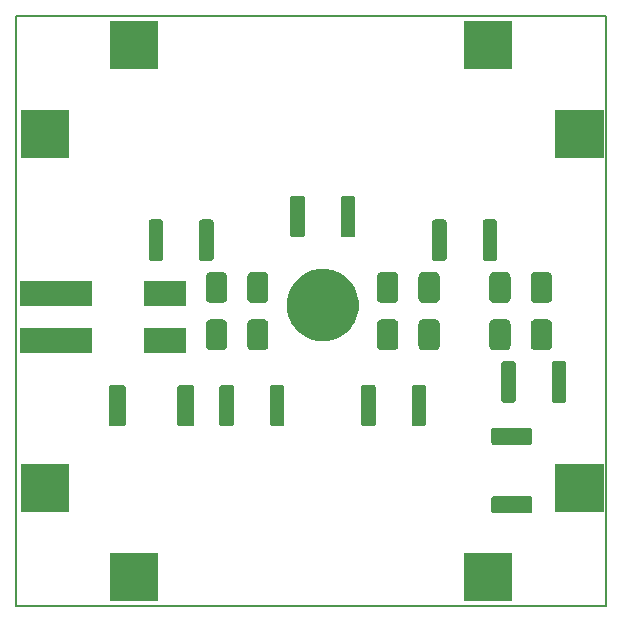
<source format=gbs>
%TF.GenerationSoftware,KiCad,Pcbnew,(6.0.0-rc1-dev-1-g01c5bdfb8)*%
%TF.CreationDate,2019-02-25T13:54:40+01:00*%
%TF.ProjectId,Statikplatte,53746174696B706C617474652E6B6963,rev?*%
%TF.SameCoordinates,Original*%
%TF.FileFunction,Soldermask,Bot*%
%TF.FilePolarity,Negative*%
%FSLAX46Y46*%
G04 Gerber Fmt 4.6, Leading zero omitted, Abs format (unit mm)*
G04 Created by KiCad (PCBNEW (6.0.0-rc1-dev-1-g01c5bdfb8)) date Mon Feb 25 13:54:40 2019*
%MOMM*%
%LPD*%
G01*
G04 APERTURE LIST*
%ADD10C,0.150000*%
%ADD11C,0.100000*%
G04 APERTURE END LIST*
D10*
X125000000Y-75000000D02*
X175000000Y-75000000D01*
X175000000Y-75000000D02*
X175000000Y-125000000D01*
X125000000Y-125000000D02*
X175000000Y-125000000D01*
X125000000Y-75000000D02*
X125000000Y-125000000D01*
D11*
G36*
X167051000Y-124551000D02*
X162949000Y-124551000D01*
X162949000Y-120449000D01*
X167051000Y-120449000D01*
X167051000Y-124551000D01*
X167051000Y-124551000D01*
G37*
G36*
X137051000Y-124551000D02*
X132949000Y-124551000D01*
X132949000Y-120449000D01*
X137051000Y-120449000D01*
X137051000Y-124551000D01*
X137051000Y-124551000D01*
G37*
G36*
X168572797Y-115678247D02*
X168608367Y-115689037D01*
X168641139Y-115706554D01*
X168669869Y-115730131D01*
X168693446Y-115758861D01*
X168710963Y-115791633D01*
X168721753Y-115827203D01*
X168726000Y-115870324D01*
X168726000Y-116929676D01*
X168721753Y-116972797D01*
X168710963Y-117008367D01*
X168693446Y-117041139D01*
X168669869Y-117069869D01*
X168641139Y-117093446D01*
X168608367Y-117110963D01*
X168572797Y-117121753D01*
X168529676Y-117126000D01*
X165470324Y-117126000D01*
X165427203Y-117121753D01*
X165391633Y-117110963D01*
X165358861Y-117093446D01*
X165330131Y-117069869D01*
X165306554Y-117041139D01*
X165289037Y-117008367D01*
X165278247Y-116972797D01*
X165274000Y-116929676D01*
X165274000Y-115870324D01*
X165278247Y-115827203D01*
X165289037Y-115791633D01*
X165306554Y-115758861D01*
X165330131Y-115730131D01*
X165358861Y-115706554D01*
X165391633Y-115689037D01*
X165427203Y-115678247D01*
X165470324Y-115674000D01*
X168529676Y-115674000D01*
X168572797Y-115678247D01*
X168572797Y-115678247D01*
G37*
G36*
X129551000Y-117051000D02*
X125449000Y-117051000D01*
X125449000Y-112949000D01*
X129551000Y-112949000D01*
X129551000Y-117051000D01*
X129551000Y-117051000D01*
G37*
G36*
X174801000Y-117051000D02*
X170699000Y-117051000D01*
X170699000Y-112949000D01*
X174801000Y-112949000D01*
X174801000Y-117051000D01*
X174801000Y-117051000D01*
G37*
G36*
X168572797Y-109878247D02*
X168608367Y-109889037D01*
X168641139Y-109906554D01*
X168669869Y-109930131D01*
X168693446Y-109958861D01*
X168710963Y-109991633D01*
X168721753Y-110027203D01*
X168726000Y-110070324D01*
X168726000Y-111129676D01*
X168721753Y-111172797D01*
X168710963Y-111208367D01*
X168693446Y-111241139D01*
X168669869Y-111269869D01*
X168641139Y-111293446D01*
X168608367Y-111310963D01*
X168572797Y-111321753D01*
X168529676Y-111326000D01*
X165470324Y-111326000D01*
X165427203Y-111321753D01*
X165391633Y-111310963D01*
X165358861Y-111293446D01*
X165330131Y-111269869D01*
X165306554Y-111241139D01*
X165289037Y-111208367D01*
X165278247Y-111172797D01*
X165274000Y-111129676D01*
X165274000Y-110070324D01*
X165278247Y-110027203D01*
X165289037Y-109991633D01*
X165306554Y-109958861D01*
X165330131Y-109930131D01*
X165358861Y-109906554D01*
X165391633Y-109889037D01*
X165427203Y-109878247D01*
X165470324Y-109874000D01*
X168529676Y-109874000D01*
X168572797Y-109878247D01*
X168572797Y-109878247D01*
G37*
G36*
X155312308Y-106253498D02*
X155350317Y-106265028D01*
X155385348Y-106283753D01*
X155416050Y-106308950D01*
X155441247Y-106339652D01*
X155459972Y-106374683D01*
X155471502Y-106412692D01*
X155476000Y-106458362D01*
X155476000Y-109541638D01*
X155471502Y-109587308D01*
X155459972Y-109625317D01*
X155441247Y-109660348D01*
X155416050Y-109691050D01*
X155385348Y-109716247D01*
X155350317Y-109734972D01*
X155312308Y-109746502D01*
X155266638Y-109751000D01*
X154458362Y-109751000D01*
X154412692Y-109746502D01*
X154374683Y-109734972D01*
X154339652Y-109716247D01*
X154308950Y-109691050D01*
X154283753Y-109660348D01*
X154265028Y-109625317D01*
X154253498Y-109587308D01*
X154249000Y-109541638D01*
X154249000Y-106458362D01*
X154253498Y-106412692D01*
X154265028Y-106374683D01*
X154283753Y-106339652D01*
X154308950Y-106308950D01*
X154339652Y-106283753D01*
X154374683Y-106265028D01*
X154412692Y-106253498D01*
X154458362Y-106249000D01*
X155266638Y-106249000D01*
X155312308Y-106253498D01*
X155312308Y-106253498D01*
G37*
G36*
X147587308Y-106253498D02*
X147625317Y-106265028D01*
X147660348Y-106283753D01*
X147691050Y-106308950D01*
X147716247Y-106339652D01*
X147734972Y-106374683D01*
X147746502Y-106412692D01*
X147751000Y-106458362D01*
X147751000Y-109541638D01*
X147746502Y-109587308D01*
X147734972Y-109625317D01*
X147716247Y-109660348D01*
X147691050Y-109691050D01*
X147660348Y-109716247D01*
X147625317Y-109734972D01*
X147587308Y-109746502D01*
X147541638Y-109751000D01*
X146733362Y-109751000D01*
X146687692Y-109746502D01*
X146649683Y-109734972D01*
X146614652Y-109716247D01*
X146583950Y-109691050D01*
X146558753Y-109660348D01*
X146540028Y-109625317D01*
X146528498Y-109587308D01*
X146524000Y-109541638D01*
X146524000Y-106458362D01*
X146528498Y-106412692D01*
X146540028Y-106374683D01*
X146558753Y-106339652D01*
X146583950Y-106308950D01*
X146614652Y-106283753D01*
X146649683Y-106265028D01*
X146687692Y-106253498D01*
X146733362Y-106249000D01*
X147541638Y-106249000D01*
X147587308Y-106253498D01*
X147587308Y-106253498D01*
G37*
G36*
X143312308Y-106253498D02*
X143350317Y-106265028D01*
X143385348Y-106283753D01*
X143416050Y-106308950D01*
X143441247Y-106339652D01*
X143459972Y-106374683D01*
X143471502Y-106412692D01*
X143476000Y-106458362D01*
X143476000Y-109541638D01*
X143471502Y-109587308D01*
X143459972Y-109625317D01*
X143441247Y-109660348D01*
X143416050Y-109691050D01*
X143385348Y-109716247D01*
X143350317Y-109734972D01*
X143312308Y-109746502D01*
X143266638Y-109751000D01*
X142458362Y-109751000D01*
X142412692Y-109746502D01*
X142374683Y-109734972D01*
X142339652Y-109716247D01*
X142308950Y-109691050D01*
X142283753Y-109660348D01*
X142265028Y-109625317D01*
X142253498Y-109587308D01*
X142249000Y-109541638D01*
X142249000Y-106458362D01*
X142253498Y-106412692D01*
X142265028Y-106374683D01*
X142283753Y-106339652D01*
X142308950Y-106308950D01*
X142339652Y-106283753D01*
X142374683Y-106265028D01*
X142412692Y-106253498D01*
X142458362Y-106249000D01*
X143266638Y-106249000D01*
X143312308Y-106253498D01*
X143312308Y-106253498D01*
G37*
G36*
X159587308Y-106253498D02*
X159625317Y-106265028D01*
X159660348Y-106283753D01*
X159691050Y-106308950D01*
X159716247Y-106339652D01*
X159734972Y-106374683D01*
X159746502Y-106412692D01*
X159751000Y-106458362D01*
X159751000Y-109541638D01*
X159746502Y-109587308D01*
X159734972Y-109625317D01*
X159716247Y-109660348D01*
X159691050Y-109691050D01*
X159660348Y-109716247D01*
X159625317Y-109734972D01*
X159587308Y-109746502D01*
X159541638Y-109751000D01*
X158733362Y-109751000D01*
X158687692Y-109746502D01*
X158649683Y-109734972D01*
X158614652Y-109716247D01*
X158583950Y-109691050D01*
X158558753Y-109660348D01*
X158540028Y-109625317D01*
X158528498Y-109587308D01*
X158524000Y-109541638D01*
X158524000Y-106458362D01*
X158528498Y-106412692D01*
X158540028Y-106374683D01*
X158558753Y-106339652D01*
X158583950Y-106308950D01*
X158614652Y-106283753D01*
X158649683Y-106265028D01*
X158687692Y-106253498D01*
X158733362Y-106249000D01*
X159541638Y-106249000D01*
X159587308Y-106253498D01*
X159587308Y-106253498D01*
G37*
G36*
X134172797Y-106278247D02*
X134208367Y-106289037D01*
X134241139Y-106306554D01*
X134269869Y-106330131D01*
X134293446Y-106358861D01*
X134310963Y-106391633D01*
X134321753Y-106427203D01*
X134326000Y-106470324D01*
X134326000Y-109529676D01*
X134321753Y-109572797D01*
X134310963Y-109608367D01*
X134293446Y-109641139D01*
X134269869Y-109669869D01*
X134241139Y-109693446D01*
X134208367Y-109710963D01*
X134172797Y-109721753D01*
X134129676Y-109726000D01*
X133070324Y-109726000D01*
X133027203Y-109721753D01*
X132991633Y-109710963D01*
X132958861Y-109693446D01*
X132930131Y-109669869D01*
X132906554Y-109641139D01*
X132889037Y-109608367D01*
X132878247Y-109572797D01*
X132874000Y-109529676D01*
X132874000Y-106470324D01*
X132878247Y-106427203D01*
X132889037Y-106391633D01*
X132906554Y-106358861D01*
X132930131Y-106330131D01*
X132958861Y-106306554D01*
X132991633Y-106289037D01*
X133027203Y-106278247D01*
X133070324Y-106274000D01*
X134129676Y-106274000D01*
X134172797Y-106278247D01*
X134172797Y-106278247D01*
G37*
G36*
X139972797Y-106278247D02*
X140008367Y-106289037D01*
X140041139Y-106306554D01*
X140069869Y-106330131D01*
X140093446Y-106358861D01*
X140110963Y-106391633D01*
X140121753Y-106427203D01*
X140126000Y-106470324D01*
X140126000Y-109529676D01*
X140121753Y-109572797D01*
X140110963Y-109608367D01*
X140093446Y-109641139D01*
X140069869Y-109669869D01*
X140041139Y-109693446D01*
X140008367Y-109710963D01*
X139972797Y-109721753D01*
X139929676Y-109726000D01*
X138870324Y-109726000D01*
X138827203Y-109721753D01*
X138791633Y-109710963D01*
X138758861Y-109693446D01*
X138730131Y-109669869D01*
X138706554Y-109641139D01*
X138689037Y-109608367D01*
X138678247Y-109572797D01*
X138674000Y-109529676D01*
X138674000Y-106470324D01*
X138678247Y-106427203D01*
X138689037Y-106391633D01*
X138706554Y-106358861D01*
X138730131Y-106330131D01*
X138758861Y-106306554D01*
X138791633Y-106289037D01*
X138827203Y-106278247D01*
X138870324Y-106274000D01*
X139929676Y-106274000D01*
X139972797Y-106278247D01*
X139972797Y-106278247D01*
G37*
G36*
X171449808Y-104253498D02*
X171487817Y-104265028D01*
X171522848Y-104283753D01*
X171553550Y-104308950D01*
X171578747Y-104339652D01*
X171597472Y-104374683D01*
X171609002Y-104412692D01*
X171613500Y-104458362D01*
X171613500Y-107541638D01*
X171609002Y-107587308D01*
X171597472Y-107625317D01*
X171578747Y-107660348D01*
X171553550Y-107691050D01*
X171522848Y-107716247D01*
X171487817Y-107734972D01*
X171449808Y-107746502D01*
X171404138Y-107751000D01*
X170595862Y-107751000D01*
X170550192Y-107746502D01*
X170512183Y-107734972D01*
X170477152Y-107716247D01*
X170446450Y-107691050D01*
X170421253Y-107660348D01*
X170402528Y-107625317D01*
X170390998Y-107587308D01*
X170386500Y-107541638D01*
X170386500Y-104458362D01*
X170390998Y-104412692D01*
X170402528Y-104374683D01*
X170421253Y-104339652D01*
X170446450Y-104308950D01*
X170477152Y-104283753D01*
X170512183Y-104265028D01*
X170550192Y-104253498D01*
X170595862Y-104249000D01*
X171404138Y-104249000D01*
X171449808Y-104253498D01*
X171449808Y-104253498D01*
G37*
G36*
X167174808Y-104253498D02*
X167212817Y-104265028D01*
X167247848Y-104283753D01*
X167278550Y-104308950D01*
X167303747Y-104339652D01*
X167322472Y-104374683D01*
X167334002Y-104412692D01*
X167338500Y-104458362D01*
X167338500Y-107541638D01*
X167334002Y-107587308D01*
X167322472Y-107625317D01*
X167303747Y-107660348D01*
X167278550Y-107691050D01*
X167247848Y-107716247D01*
X167212817Y-107734972D01*
X167174808Y-107746502D01*
X167129138Y-107751000D01*
X166320862Y-107751000D01*
X166275192Y-107746502D01*
X166237183Y-107734972D01*
X166202152Y-107716247D01*
X166171450Y-107691050D01*
X166146253Y-107660348D01*
X166127528Y-107625317D01*
X166115998Y-107587308D01*
X166111500Y-107541638D01*
X166111500Y-104458362D01*
X166115998Y-104412692D01*
X166127528Y-104374683D01*
X166146253Y-104339652D01*
X166171450Y-104308950D01*
X166202152Y-104283753D01*
X166237183Y-104265028D01*
X166275192Y-104253498D01*
X166320862Y-104249000D01*
X167129138Y-104249000D01*
X167174808Y-104253498D01*
X167174808Y-104253498D01*
G37*
G36*
X139426000Y-103551000D02*
X135824000Y-103551000D01*
X135824000Y-101449000D01*
X139426000Y-101449000D01*
X139426000Y-103551000D01*
X139426000Y-103551000D01*
G37*
G36*
X131426000Y-103551000D02*
X125324000Y-103551000D01*
X125324000Y-101449000D01*
X131426000Y-101449000D01*
X131426000Y-103551000D01*
X131426000Y-103551000D01*
G37*
G36*
X170088578Y-100707048D02*
X170161250Y-100729093D01*
X170228226Y-100764892D01*
X170286930Y-100813070D01*
X170335108Y-100871774D01*
X170370907Y-100938750D01*
X170392952Y-101011422D01*
X170401000Y-101093140D01*
X170401000Y-102906860D01*
X170392952Y-102988578D01*
X170370907Y-103061250D01*
X170335108Y-103128226D01*
X170286930Y-103186930D01*
X170228226Y-103235108D01*
X170161250Y-103270907D01*
X170088578Y-103292952D01*
X170006860Y-103301000D01*
X168993140Y-103301000D01*
X168911422Y-103292952D01*
X168838750Y-103270907D01*
X168771774Y-103235108D01*
X168713070Y-103186930D01*
X168664892Y-103128226D01*
X168629093Y-103061250D01*
X168607048Y-102988578D01*
X168599000Y-102906860D01*
X168599000Y-101093140D01*
X168607048Y-101011422D01*
X168629093Y-100938750D01*
X168664892Y-100871774D01*
X168713070Y-100813070D01*
X168771774Y-100764892D01*
X168838750Y-100729093D01*
X168911422Y-100707048D01*
X168993140Y-100699000D01*
X170006860Y-100699000D01*
X170088578Y-100707048D01*
X170088578Y-100707048D01*
G37*
G36*
X142588578Y-100707048D02*
X142661250Y-100729093D01*
X142728226Y-100764892D01*
X142786930Y-100813070D01*
X142835108Y-100871774D01*
X142870907Y-100938750D01*
X142892952Y-101011422D01*
X142901000Y-101093140D01*
X142901000Y-102906860D01*
X142892952Y-102988578D01*
X142870907Y-103061250D01*
X142835108Y-103128226D01*
X142786930Y-103186930D01*
X142728226Y-103235108D01*
X142661250Y-103270907D01*
X142588578Y-103292952D01*
X142506860Y-103301000D01*
X141493140Y-103301000D01*
X141411422Y-103292952D01*
X141338750Y-103270907D01*
X141271774Y-103235108D01*
X141213070Y-103186930D01*
X141164892Y-103128226D01*
X141129093Y-103061250D01*
X141107048Y-102988578D01*
X141099000Y-102906860D01*
X141099000Y-101093140D01*
X141107048Y-101011422D01*
X141129093Y-100938750D01*
X141164892Y-100871774D01*
X141213070Y-100813070D01*
X141271774Y-100764892D01*
X141338750Y-100729093D01*
X141411422Y-100707048D01*
X141493140Y-100699000D01*
X142506860Y-100699000D01*
X142588578Y-100707048D01*
X142588578Y-100707048D01*
G37*
G36*
X166588578Y-100707048D02*
X166661250Y-100729093D01*
X166728226Y-100764892D01*
X166786930Y-100813070D01*
X166835108Y-100871774D01*
X166870907Y-100938750D01*
X166892952Y-101011422D01*
X166901000Y-101093140D01*
X166901000Y-102906860D01*
X166892952Y-102988578D01*
X166870907Y-103061250D01*
X166835108Y-103128226D01*
X166786930Y-103186930D01*
X166728226Y-103235108D01*
X166661250Y-103270907D01*
X166588578Y-103292952D01*
X166506860Y-103301000D01*
X165493140Y-103301000D01*
X165411422Y-103292952D01*
X165338750Y-103270907D01*
X165271774Y-103235108D01*
X165213070Y-103186930D01*
X165164892Y-103128226D01*
X165129093Y-103061250D01*
X165107048Y-102988578D01*
X165099000Y-102906860D01*
X165099000Y-101093140D01*
X165107048Y-101011422D01*
X165129093Y-100938750D01*
X165164892Y-100871774D01*
X165213070Y-100813070D01*
X165271774Y-100764892D01*
X165338750Y-100729093D01*
X165411422Y-100707048D01*
X165493140Y-100699000D01*
X166506860Y-100699000D01*
X166588578Y-100707048D01*
X166588578Y-100707048D01*
G37*
G36*
X160588578Y-100707048D02*
X160661250Y-100729093D01*
X160728226Y-100764892D01*
X160786930Y-100813070D01*
X160835108Y-100871774D01*
X160870907Y-100938750D01*
X160892952Y-101011422D01*
X160901000Y-101093140D01*
X160901000Y-102906860D01*
X160892952Y-102988578D01*
X160870907Y-103061250D01*
X160835108Y-103128226D01*
X160786930Y-103186930D01*
X160728226Y-103235108D01*
X160661250Y-103270907D01*
X160588578Y-103292952D01*
X160506860Y-103301000D01*
X159493140Y-103301000D01*
X159411422Y-103292952D01*
X159338750Y-103270907D01*
X159271774Y-103235108D01*
X159213070Y-103186930D01*
X159164892Y-103128226D01*
X159129093Y-103061250D01*
X159107048Y-102988578D01*
X159099000Y-102906860D01*
X159099000Y-101093140D01*
X159107048Y-101011422D01*
X159129093Y-100938750D01*
X159164892Y-100871774D01*
X159213070Y-100813070D01*
X159271774Y-100764892D01*
X159338750Y-100729093D01*
X159411422Y-100707048D01*
X159493140Y-100699000D01*
X160506860Y-100699000D01*
X160588578Y-100707048D01*
X160588578Y-100707048D01*
G37*
G36*
X157088578Y-100707048D02*
X157161250Y-100729093D01*
X157228226Y-100764892D01*
X157286930Y-100813070D01*
X157335108Y-100871774D01*
X157370907Y-100938750D01*
X157392952Y-101011422D01*
X157401000Y-101093140D01*
X157401000Y-102906860D01*
X157392952Y-102988578D01*
X157370907Y-103061250D01*
X157335108Y-103128226D01*
X157286930Y-103186930D01*
X157228226Y-103235108D01*
X157161250Y-103270907D01*
X157088578Y-103292952D01*
X157006860Y-103301000D01*
X155993140Y-103301000D01*
X155911422Y-103292952D01*
X155838750Y-103270907D01*
X155771774Y-103235108D01*
X155713070Y-103186930D01*
X155664892Y-103128226D01*
X155629093Y-103061250D01*
X155607048Y-102988578D01*
X155599000Y-102906860D01*
X155599000Y-101093140D01*
X155607048Y-101011422D01*
X155629093Y-100938750D01*
X155664892Y-100871774D01*
X155713070Y-100813070D01*
X155771774Y-100764892D01*
X155838750Y-100729093D01*
X155911422Y-100707048D01*
X155993140Y-100699000D01*
X157006860Y-100699000D01*
X157088578Y-100707048D01*
X157088578Y-100707048D01*
G37*
G36*
X146088578Y-100707048D02*
X146161250Y-100729093D01*
X146228226Y-100764892D01*
X146286930Y-100813070D01*
X146335108Y-100871774D01*
X146370907Y-100938750D01*
X146392952Y-101011422D01*
X146401000Y-101093140D01*
X146401000Y-102906860D01*
X146392952Y-102988578D01*
X146370907Y-103061250D01*
X146335108Y-103128226D01*
X146286930Y-103186930D01*
X146228226Y-103235108D01*
X146161250Y-103270907D01*
X146088578Y-103292952D01*
X146006860Y-103301000D01*
X144993140Y-103301000D01*
X144911422Y-103292952D01*
X144838750Y-103270907D01*
X144771774Y-103235108D01*
X144713070Y-103186930D01*
X144664892Y-103128226D01*
X144629093Y-103061250D01*
X144607048Y-102988578D01*
X144599000Y-102906860D01*
X144599000Y-101093140D01*
X144607048Y-101011422D01*
X144629093Y-100938750D01*
X144664892Y-100871774D01*
X144713070Y-100813070D01*
X144771774Y-100764892D01*
X144838750Y-100729093D01*
X144911422Y-100707048D01*
X144993140Y-100699000D01*
X146006860Y-100699000D01*
X146088578Y-100707048D01*
X146088578Y-100707048D01*
G37*
G36*
X151889941Y-96566248D02*
X151889943Y-96566249D01*
X151889944Y-96566249D01*
X152445190Y-96796239D01*
X152715869Y-96977101D01*
X152944902Y-97130136D01*
X153369864Y-97555098D01*
X153369866Y-97555101D01*
X153703761Y-98054810D01*
X153933751Y-98610056D01*
X153933752Y-98610059D01*
X154036822Y-99128226D01*
X154051000Y-99199503D01*
X154051000Y-99800497D01*
X153933751Y-100389944D01*
X153703761Y-100945190D01*
X153659506Y-101011422D01*
X153369864Y-101444902D01*
X152944902Y-101869864D01*
X152944899Y-101869866D01*
X152445190Y-102203761D01*
X151889944Y-102433751D01*
X151889943Y-102433751D01*
X151889941Y-102433752D01*
X151300499Y-102551000D01*
X150699501Y-102551000D01*
X150110059Y-102433752D01*
X150110057Y-102433751D01*
X150110056Y-102433751D01*
X149554810Y-102203761D01*
X149055101Y-101869866D01*
X149055098Y-101869864D01*
X148630136Y-101444902D01*
X148340494Y-101011422D01*
X148296239Y-100945190D01*
X148066249Y-100389944D01*
X147949000Y-99800497D01*
X147949000Y-99199503D01*
X147963178Y-99128226D01*
X148066248Y-98610059D01*
X148066249Y-98610056D01*
X148296239Y-98054810D01*
X148630134Y-97555101D01*
X148630136Y-97555098D01*
X149055098Y-97130136D01*
X149284131Y-96977101D01*
X149554810Y-96796239D01*
X150110056Y-96566249D01*
X150110057Y-96566249D01*
X150110059Y-96566248D01*
X150699501Y-96449000D01*
X151300499Y-96449000D01*
X151889941Y-96566248D01*
X151889941Y-96566248D01*
G37*
G36*
X131426000Y-99551000D02*
X125324000Y-99551000D01*
X125324000Y-97449000D01*
X131426000Y-97449000D01*
X131426000Y-99551000D01*
X131426000Y-99551000D01*
G37*
G36*
X139426000Y-99551000D02*
X135824000Y-99551000D01*
X135824000Y-97449000D01*
X139426000Y-97449000D01*
X139426000Y-99551000D01*
X139426000Y-99551000D01*
G37*
G36*
X142588578Y-96707048D02*
X142661250Y-96729093D01*
X142728226Y-96764892D01*
X142786930Y-96813070D01*
X142835108Y-96871774D01*
X142870907Y-96938750D01*
X142892952Y-97011422D01*
X142901000Y-97093140D01*
X142901000Y-98906860D01*
X142892952Y-98988578D01*
X142870907Y-99061250D01*
X142835108Y-99128226D01*
X142786930Y-99186930D01*
X142728226Y-99235108D01*
X142661250Y-99270907D01*
X142588578Y-99292952D01*
X142506860Y-99301000D01*
X141493140Y-99301000D01*
X141411422Y-99292952D01*
X141338750Y-99270907D01*
X141271774Y-99235108D01*
X141213070Y-99186930D01*
X141164892Y-99128226D01*
X141129093Y-99061250D01*
X141107048Y-98988578D01*
X141099000Y-98906860D01*
X141099000Y-97093140D01*
X141107048Y-97011422D01*
X141129093Y-96938750D01*
X141164892Y-96871774D01*
X141213070Y-96813070D01*
X141271774Y-96764892D01*
X141338750Y-96729093D01*
X141411422Y-96707048D01*
X141493140Y-96699000D01*
X142506860Y-96699000D01*
X142588578Y-96707048D01*
X142588578Y-96707048D01*
G37*
G36*
X170088578Y-96707048D02*
X170161250Y-96729093D01*
X170228226Y-96764892D01*
X170286930Y-96813070D01*
X170335108Y-96871774D01*
X170370907Y-96938750D01*
X170392952Y-97011422D01*
X170401000Y-97093140D01*
X170401000Y-98906860D01*
X170392952Y-98988578D01*
X170370907Y-99061250D01*
X170335108Y-99128226D01*
X170286930Y-99186930D01*
X170228226Y-99235108D01*
X170161250Y-99270907D01*
X170088578Y-99292952D01*
X170006860Y-99301000D01*
X168993140Y-99301000D01*
X168911422Y-99292952D01*
X168838750Y-99270907D01*
X168771774Y-99235108D01*
X168713070Y-99186930D01*
X168664892Y-99128226D01*
X168629093Y-99061250D01*
X168607048Y-98988578D01*
X168599000Y-98906860D01*
X168599000Y-97093140D01*
X168607048Y-97011422D01*
X168629093Y-96938750D01*
X168664892Y-96871774D01*
X168713070Y-96813070D01*
X168771774Y-96764892D01*
X168838750Y-96729093D01*
X168911422Y-96707048D01*
X168993140Y-96699000D01*
X170006860Y-96699000D01*
X170088578Y-96707048D01*
X170088578Y-96707048D01*
G37*
G36*
X166588578Y-96707048D02*
X166661250Y-96729093D01*
X166728226Y-96764892D01*
X166786930Y-96813070D01*
X166835108Y-96871774D01*
X166870907Y-96938750D01*
X166892952Y-97011422D01*
X166901000Y-97093140D01*
X166901000Y-98906860D01*
X166892952Y-98988578D01*
X166870907Y-99061250D01*
X166835108Y-99128226D01*
X166786930Y-99186930D01*
X166728226Y-99235108D01*
X166661250Y-99270907D01*
X166588578Y-99292952D01*
X166506860Y-99301000D01*
X165493140Y-99301000D01*
X165411422Y-99292952D01*
X165338750Y-99270907D01*
X165271774Y-99235108D01*
X165213070Y-99186930D01*
X165164892Y-99128226D01*
X165129093Y-99061250D01*
X165107048Y-98988578D01*
X165099000Y-98906860D01*
X165099000Y-97093140D01*
X165107048Y-97011422D01*
X165129093Y-96938750D01*
X165164892Y-96871774D01*
X165213070Y-96813070D01*
X165271774Y-96764892D01*
X165338750Y-96729093D01*
X165411422Y-96707048D01*
X165493140Y-96699000D01*
X166506860Y-96699000D01*
X166588578Y-96707048D01*
X166588578Y-96707048D01*
G37*
G36*
X160588578Y-96707048D02*
X160661250Y-96729093D01*
X160728226Y-96764892D01*
X160786930Y-96813070D01*
X160835108Y-96871774D01*
X160870907Y-96938750D01*
X160892952Y-97011422D01*
X160901000Y-97093140D01*
X160901000Y-98906860D01*
X160892952Y-98988578D01*
X160870907Y-99061250D01*
X160835108Y-99128226D01*
X160786930Y-99186930D01*
X160728226Y-99235108D01*
X160661250Y-99270907D01*
X160588578Y-99292952D01*
X160506860Y-99301000D01*
X159493140Y-99301000D01*
X159411422Y-99292952D01*
X159338750Y-99270907D01*
X159271774Y-99235108D01*
X159213070Y-99186930D01*
X159164892Y-99128226D01*
X159129093Y-99061250D01*
X159107048Y-98988578D01*
X159099000Y-98906860D01*
X159099000Y-97093140D01*
X159107048Y-97011422D01*
X159129093Y-96938750D01*
X159164892Y-96871774D01*
X159213070Y-96813070D01*
X159271774Y-96764892D01*
X159338750Y-96729093D01*
X159411422Y-96707048D01*
X159493140Y-96699000D01*
X160506860Y-96699000D01*
X160588578Y-96707048D01*
X160588578Y-96707048D01*
G37*
G36*
X157088578Y-96707048D02*
X157161250Y-96729093D01*
X157228226Y-96764892D01*
X157286930Y-96813070D01*
X157335108Y-96871774D01*
X157370907Y-96938750D01*
X157392952Y-97011422D01*
X157401000Y-97093140D01*
X157401000Y-98906860D01*
X157392952Y-98988578D01*
X157370907Y-99061250D01*
X157335108Y-99128226D01*
X157286930Y-99186930D01*
X157228226Y-99235108D01*
X157161250Y-99270907D01*
X157088578Y-99292952D01*
X157006860Y-99301000D01*
X155993140Y-99301000D01*
X155911422Y-99292952D01*
X155838750Y-99270907D01*
X155771774Y-99235108D01*
X155713070Y-99186930D01*
X155664892Y-99128226D01*
X155629093Y-99061250D01*
X155607048Y-98988578D01*
X155599000Y-98906860D01*
X155599000Y-97093140D01*
X155607048Y-97011422D01*
X155629093Y-96938750D01*
X155664892Y-96871774D01*
X155713070Y-96813070D01*
X155771774Y-96764892D01*
X155838750Y-96729093D01*
X155911422Y-96707048D01*
X155993140Y-96699000D01*
X157006860Y-96699000D01*
X157088578Y-96707048D01*
X157088578Y-96707048D01*
G37*
G36*
X146088578Y-96707048D02*
X146161250Y-96729093D01*
X146228226Y-96764892D01*
X146286930Y-96813070D01*
X146335108Y-96871774D01*
X146370907Y-96938750D01*
X146392952Y-97011422D01*
X146401000Y-97093140D01*
X146401000Y-98906860D01*
X146392952Y-98988578D01*
X146370907Y-99061250D01*
X146335108Y-99128226D01*
X146286930Y-99186930D01*
X146228226Y-99235108D01*
X146161250Y-99270907D01*
X146088578Y-99292952D01*
X146006860Y-99301000D01*
X144993140Y-99301000D01*
X144911422Y-99292952D01*
X144838750Y-99270907D01*
X144771774Y-99235108D01*
X144713070Y-99186930D01*
X144664892Y-99128226D01*
X144629093Y-99061250D01*
X144607048Y-98988578D01*
X144599000Y-98906860D01*
X144599000Y-97093140D01*
X144607048Y-97011422D01*
X144629093Y-96938750D01*
X144664892Y-96871774D01*
X144713070Y-96813070D01*
X144771774Y-96764892D01*
X144838750Y-96729093D01*
X144911422Y-96707048D01*
X144993140Y-96699000D01*
X146006860Y-96699000D01*
X146088578Y-96707048D01*
X146088578Y-96707048D01*
G37*
G36*
X141587308Y-92253498D02*
X141625317Y-92265028D01*
X141660348Y-92283753D01*
X141691050Y-92308950D01*
X141716247Y-92339652D01*
X141734972Y-92374683D01*
X141746502Y-92412692D01*
X141751000Y-92458362D01*
X141751000Y-95541638D01*
X141746502Y-95587308D01*
X141734972Y-95625317D01*
X141716247Y-95660348D01*
X141691050Y-95691050D01*
X141660348Y-95716247D01*
X141625317Y-95734972D01*
X141587308Y-95746502D01*
X141541638Y-95751000D01*
X140733362Y-95751000D01*
X140687692Y-95746502D01*
X140649683Y-95734972D01*
X140614652Y-95716247D01*
X140583950Y-95691050D01*
X140558753Y-95660348D01*
X140540028Y-95625317D01*
X140528498Y-95587308D01*
X140524000Y-95541638D01*
X140524000Y-92458362D01*
X140528498Y-92412692D01*
X140540028Y-92374683D01*
X140558753Y-92339652D01*
X140583950Y-92308950D01*
X140614652Y-92283753D01*
X140649683Y-92265028D01*
X140687692Y-92253498D01*
X140733362Y-92249000D01*
X141541638Y-92249000D01*
X141587308Y-92253498D01*
X141587308Y-92253498D01*
G37*
G36*
X137312308Y-92253498D02*
X137350317Y-92265028D01*
X137385348Y-92283753D01*
X137416050Y-92308950D01*
X137441247Y-92339652D01*
X137459972Y-92374683D01*
X137471502Y-92412692D01*
X137476000Y-92458362D01*
X137476000Y-95541638D01*
X137471502Y-95587308D01*
X137459972Y-95625317D01*
X137441247Y-95660348D01*
X137416050Y-95691050D01*
X137385348Y-95716247D01*
X137350317Y-95734972D01*
X137312308Y-95746502D01*
X137266638Y-95751000D01*
X136458362Y-95751000D01*
X136412692Y-95746502D01*
X136374683Y-95734972D01*
X136339652Y-95716247D01*
X136308950Y-95691050D01*
X136283753Y-95660348D01*
X136265028Y-95625317D01*
X136253498Y-95587308D01*
X136249000Y-95541638D01*
X136249000Y-92458362D01*
X136253498Y-92412692D01*
X136265028Y-92374683D01*
X136283753Y-92339652D01*
X136308950Y-92308950D01*
X136339652Y-92283753D01*
X136374683Y-92265028D01*
X136412692Y-92253498D01*
X136458362Y-92249000D01*
X137266638Y-92249000D01*
X137312308Y-92253498D01*
X137312308Y-92253498D01*
G37*
G36*
X161312308Y-92253498D02*
X161350317Y-92265028D01*
X161385348Y-92283753D01*
X161416050Y-92308950D01*
X161441247Y-92339652D01*
X161459972Y-92374683D01*
X161471502Y-92412692D01*
X161476000Y-92458362D01*
X161476000Y-95541638D01*
X161471502Y-95587308D01*
X161459972Y-95625317D01*
X161441247Y-95660348D01*
X161416050Y-95691050D01*
X161385348Y-95716247D01*
X161350317Y-95734972D01*
X161312308Y-95746502D01*
X161266638Y-95751000D01*
X160458362Y-95751000D01*
X160412692Y-95746502D01*
X160374683Y-95734972D01*
X160339652Y-95716247D01*
X160308950Y-95691050D01*
X160283753Y-95660348D01*
X160265028Y-95625317D01*
X160253498Y-95587308D01*
X160249000Y-95541638D01*
X160249000Y-92458362D01*
X160253498Y-92412692D01*
X160265028Y-92374683D01*
X160283753Y-92339652D01*
X160308950Y-92308950D01*
X160339652Y-92283753D01*
X160374683Y-92265028D01*
X160412692Y-92253498D01*
X160458362Y-92249000D01*
X161266638Y-92249000D01*
X161312308Y-92253498D01*
X161312308Y-92253498D01*
G37*
G36*
X165587308Y-92253498D02*
X165625317Y-92265028D01*
X165660348Y-92283753D01*
X165691050Y-92308950D01*
X165716247Y-92339652D01*
X165734972Y-92374683D01*
X165746502Y-92412692D01*
X165751000Y-92458362D01*
X165751000Y-95541638D01*
X165746502Y-95587308D01*
X165734972Y-95625317D01*
X165716247Y-95660348D01*
X165691050Y-95691050D01*
X165660348Y-95716247D01*
X165625317Y-95734972D01*
X165587308Y-95746502D01*
X165541638Y-95751000D01*
X164733362Y-95751000D01*
X164687692Y-95746502D01*
X164649683Y-95734972D01*
X164614652Y-95716247D01*
X164583950Y-95691050D01*
X164558753Y-95660348D01*
X164540028Y-95625317D01*
X164528498Y-95587308D01*
X164524000Y-95541638D01*
X164524000Y-92458362D01*
X164528498Y-92412692D01*
X164540028Y-92374683D01*
X164558753Y-92339652D01*
X164583950Y-92308950D01*
X164614652Y-92283753D01*
X164649683Y-92265028D01*
X164687692Y-92253498D01*
X164733362Y-92249000D01*
X165541638Y-92249000D01*
X165587308Y-92253498D01*
X165587308Y-92253498D01*
G37*
G36*
X153587308Y-90253498D02*
X153625317Y-90265028D01*
X153660348Y-90283753D01*
X153691050Y-90308950D01*
X153716247Y-90339652D01*
X153734972Y-90374683D01*
X153746502Y-90412692D01*
X153751000Y-90458362D01*
X153751000Y-93541638D01*
X153746502Y-93587308D01*
X153734972Y-93625317D01*
X153716247Y-93660348D01*
X153691050Y-93691050D01*
X153660348Y-93716247D01*
X153625317Y-93734972D01*
X153587308Y-93746502D01*
X153541638Y-93751000D01*
X152733362Y-93751000D01*
X152687692Y-93746502D01*
X152649683Y-93734972D01*
X152614652Y-93716247D01*
X152583950Y-93691050D01*
X152558753Y-93660348D01*
X152540028Y-93625317D01*
X152528498Y-93587308D01*
X152524000Y-93541638D01*
X152524000Y-90458362D01*
X152528498Y-90412692D01*
X152540028Y-90374683D01*
X152558753Y-90339652D01*
X152583950Y-90308950D01*
X152614652Y-90283753D01*
X152649683Y-90265028D01*
X152687692Y-90253498D01*
X152733362Y-90249000D01*
X153541638Y-90249000D01*
X153587308Y-90253498D01*
X153587308Y-90253498D01*
G37*
G36*
X149312308Y-90253498D02*
X149350317Y-90265028D01*
X149385348Y-90283753D01*
X149416050Y-90308950D01*
X149441247Y-90339652D01*
X149459972Y-90374683D01*
X149471502Y-90412692D01*
X149476000Y-90458362D01*
X149476000Y-93541638D01*
X149471502Y-93587308D01*
X149459972Y-93625317D01*
X149441247Y-93660348D01*
X149416050Y-93691050D01*
X149385348Y-93716247D01*
X149350317Y-93734972D01*
X149312308Y-93746502D01*
X149266638Y-93751000D01*
X148458362Y-93751000D01*
X148412692Y-93746502D01*
X148374683Y-93734972D01*
X148339652Y-93716247D01*
X148308950Y-93691050D01*
X148283753Y-93660348D01*
X148265028Y-93625317D01*
X148253498Y-93587308D01*
X148249000Y-93541638D01*
X148249000Y-90458362D01*
X148253498Y-90412692D01*
X148265028Y-90374683D01*
X148283753Y-90339652D01*
X148308950Y-90308950D01*
X148339652Y-90283753D01*
X148374683Y-90265028D01*
X148412692Y-90253498D01*
X148458362Y-90249000D01*
X149266638Y-90249000D01*
X149312308Y-90253498D01*
X149312308Y-90253498D01*
G37*
G36*
X174801000Y-87051000D02*
X170699000Y-87051000D01*
X170699000Y-82949000D01*
X174801000Y-82949000D01*
X174801000Y-87051000D01*
X174801000Y-87051000D01*
G37*
G36*
X129551000Y-87051000D02*
X125449000Y-87051000D01*
X125449000Y-82949000D01*
X129551000Y-82949000D01*
X129551000Y-87051000D01*
X129551000Y-87051000D01*
G37*
G36*
X167051000Y-79551000D02*
X162949000Y-79551000D01*
X162949000Y-75449000D01*
X167051000Y-75449000D01*
X167051000Y-79551000D01*
X167051000Y-79551000D01*
G37*
G36*
X137051000Y-79551000D02*
X132949000Y-79551000D01*
X132949000Y-75449000D01*
X137051000Y-75449000D01*
X137051000Y-79551000D01*
X137051000Y-79551000D01*
G37*
M02*

</source>
